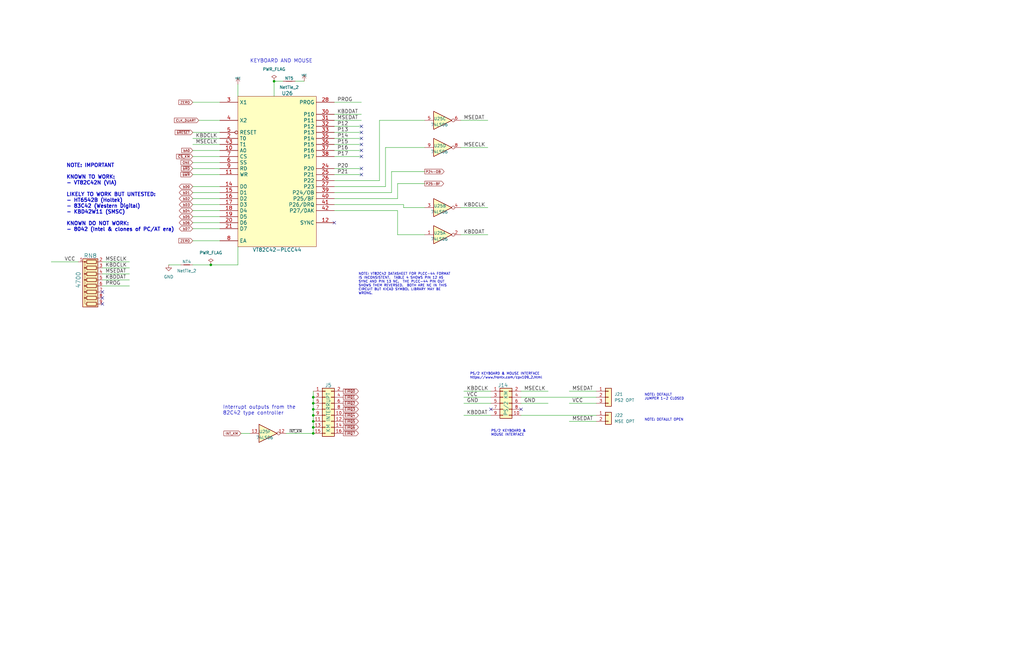
<source format=kicad_sch>
(kicad_sch (version 20211123) (generator eeschema)
  (paper "B")
  (lib_symbols
    (symbol "74xx:74LS06N" (pin_names (offset 1.016))
      (property "Reference" "U" (at 0 1.27 0))
      (property "Value" "74LS06N" (at 0 -1.27 0))
      (symbol "74LS06N_1_0"
        (polyline (pts (xy -3.81 3.81) (xy -3.81 -3.81) (xy 3.81 0) (xy -3.81 3.81)) (stroke (width 0.254)) (fill (type background)))
        (pin input line (at -7.62 0 0) (length 3.81) (name "~") (number "1"))
        (pin open_collector inverted (at 7.62 0 180) (length 3.81) (name "~") (number "2"))
      )
      (symbol "74LS06N_2_0"
        (polyline (pts (xy -3.81 3.81) (xy -3.81 -3.81) (xy 3.81 0) (xy -3.81 3.81)) (stroke (width 0.254)) (fill (type background)))
        (pin input line (at -7.62 0 0) (length 3.81) (name "~") (number "3"))
        (pin open_collector inverted (at 7.62 0 180) (length 3.81) (name "~") (number "4"))
      )
      (symbol "74LS06N_3_0"
        (polyline (pts (xy -3.81 3.81) (xy -3.81 -3.81) (xy 3.81 0) (xy -3.81 3.81)) (stroke (width 0.254)) (fill (type background)))
        (pin input line (at -7.62 0 0) (length 3.81) (name "~") (number "5"))
        (pin open_collector inverted (at 7.62 0 180) (length 3.81) (name "~") (number "6"))
      )
      (symbol "74LS06N_4_0"
        (polyline (pts (xy -3.81 3.81) (xy -3.81 -3.81) (xy 3.81 0) (xy -3.81 3.81)) (stroke (width 0.254)) (fill (type background)))
        (pin open_collector inverted (at 7.62 0 180) (length 3.81) (name "~") (number "8"))
        (pin input line (at -7.62 0 0) (length 3.81) (name "~") (number "9"))
      )
      (symbol "74LS06N_5_0"
        (polyline (pts (xy -3.81 3.81) (xy -3.81 -3.81) (xy 3.81 0) (xy -3.81 3.81)) (stroke (width 0.254)) (fill (type background)))
        (pin open_collector inverted (at 7.62 0 180) (length 3.81) (name "~") (number "10"))
        (pin input line (at -7.62 0 0) (length 3.81) (name "~") (number "11"))
      )
      (symbol "74LS06N_6_0"
        (polyline (pts (xy -3.81 3.81) (xy -3.81 -3.81) (xy 3.81 0) (xy -3.81 3.81)) (stroke (width 0.254)) (fill (type background)))
        (pin open_collector inverted (at 7.62 0 180) (length 3.81) (name "~") (number "12"))
        (pin input line (at -7.62 0 0) (length 3.81) (name "~") (number "13"))
      )
      (symbol "74LS06N_7_0"
        (pin power_in line (at 0 12.7 270) (length 5.08) (name "VCC") (number "14"))
        (pin power_in line (at 0 -12.7 90) (length 5.08) (name "GND") (number "7"))
      )
      (symbol "74LS06N_7_1"
        (rectangle (start -5.08 7.62) (end 5.08 -7.62) (stroke (width 0.254)) (fill (type background)))
      )
    )
    (symbol "Connector_Generic:Conn_01x02" (pin_names (offset 1.016) hide)
      (property "Reference" "J" (at 0 2.54 0))
      (property "Value" "Conn_01x02" (at 0 -5.08 0))
      (symbol "Conn_01x02_1_1"
        (rectangle (start -1.27 -2.413) (end 0 -2.667) (stroke (width 0.1524)))
        (rectangle (start -1.27 0.127) (end 0 -0.127) (stroke (width 0.1524)))
        (rectangle (start -1.27 1.27) (end 1.27 -3.81) (stroke (width 0.254)) (fill (type background)))
        (pin passive line (at -5.08 0 0) (length 3.81) (name "Pin_1") (number "1"))
        (pin passive line (at -5.08 -2.54 0) (length 3.81) (name "Pin_2") (number "2"))
      )
    )
    (symbol "Connector_Generic:Conn_01x03" (pin_names (offset 1.016) hide)
      (property "Reference" "J" (at 0 5.08 0))
      (property "Value" "Conn_01x03" (at 0 -5.08 0))
      (symbol "Conn_01x03_1_1"
        (rectangle (start -1.27 -2.413) (end 0 -2.667) (stroke (width 0.1524)))
        (rectangle (start -1.27 0.127) (end 0 -0.127) (stroke (width 0.1524)))
        (rectangle (start -1.27 2.667) (end 0 2.413) (stroke (width 0.1524)))
        (rectangle (start -1.27 3.81) (end 1.27 -3.81) (stroke (width 0.254)) (fill (type background)))
        (pin passive line (at -5.08 2.54 0) (length 3.81) (name "Pin_1") (number "1"))
        (pin passive line (at -5.08 0 0) (length 3.81) (name "Pin_2") (number "2"))
        (pin passive line (at -5.08 -2.54 0) (length 3.81) (name "Pin_3") (number "3"))
      )
    )
    (symbol "Connector_Generic:Conn_02x05_Odd_Even" (pin_names (offset 1.016) hide)
      (property "Reference" "J" (at 1.27 7.62 0))
      (property "Value" "Conn_02x05_Odd_Even" (at 1.27 -7.62 0))
      (symbol "Conn_02x05_Odd_Even_1_1"
        (rectangle (start -1.27 -4.953) (end 0 -5.207) (stroke (width 0.1524)))
        (rectangle (start -1.27 -2.413) (end 0 -2.667) (stroke (width 0.1524)))
        (rectangle (start -1.27 0.127) (end 0 -0.127) (stroke (width 0.1524)))
        (rectangle (start -1.27 2.667) (end 0 2.413) (stroke (width 0.1524)))
        (rectangle (start -1.27 5.207) (end 0 4.953) (stroke (width 0.1524)))
        (rectangle (start -1.27 6.35) (end 3.81 -6.35) (stroke (width 0.254)) (fill (type background)))
        (rectangle (start 3.81 -4.953) (end 2.54 -5.207) (stroke (width 0.1524)))
        (rectangle (start 3.81 -2.413) (end 2.54 -2.667) (stroke (width 0.1524)))
        (rectangle (start 3.81 0.127) (end 2.54 -0.127) (stroke (width 0.1524)))
        (rectangle (start 3.81 2.667) (end 2.54 2.413) (stroke (width 0.1524)))
        (rectangle (start 3.81 5.207) (end 2.54 4.953) (stroke (width 0.1524)))
        (pin passive line (at -5.08 5.08 0) (length 3.81) (name "Pin_1") (number "1"))
        (pin passive line (at 7.62 -5.08 180) (length 3.81) (name "Pin_10") (number "10"))
        (pin passive line (at 7.62 5.08 180) (length 3.81) (name "Pin_2") (number "2"))
        (pin passive line (at -5.08 2.54 0) (length 3.81) (name "Pin_3") (number "3"))
        (pin passive line (at 7.62 2.54 180) (length 3.81) (name "Pin_4") (number "4"))
        (pin passive line (at -5.08 0 0) (length 3.81) (name "Pin_5") (number "5"))
        (pin passive line (at 7.62 0 180) (length 3.81) (name "Pin_6") (number "6"))
        (pin passive line (at -5.08 -2.54 0) (length 3.81) (name "Pin_7") (number "7"))
        (pin passive line (at 7.62 -2.54 180) (length 3.81) (name "Pin_8") (number "8"))
        (pin passive line (at -5.08 -5.08 0) (length 3.81) (name "Pin_9") (number "9"))
      )
    )
    (symbol "Connector_Generic:Conn_02x08_Odd_Even" (pin_names (offset 1.016) hide)
      (property "Reference" "J" (at 1.27 10.16 0))
      (property "Value" "Conn_02x08_Odd_Even" (at 1.27 -12.7 0))
      (symbol "Conn_02x08_Odd_Even_1_1"
        (rectangle (start -1.27 -10.033) (end 0 -10.287) (stroke (width 0.1524)))
        (rectangle (start -1.27 -7.493) (end 0 -7.747) (stroke (width 0.1524)))
        (rectangle (start -1.27 -4.953) (end 0 -5.207) (stroke (width 0.1524)))
        (rectangle (start -1.27 -2.413) (end 0 -2.667) (stroke (width 0.1524)))
        (rectangle (start -1.27 0.127) (end 0 -0.127) (stroke (width 0.1524)))
        (rectangle (start -1.27 2.667) (end 0 2.413) (stroke (width 0.1524)))
        (rectangle (start -1.27 5.207) (end 0 4.953) (stroke (width 0.1524)))
        (rectangle (start -1.27 7.747) (end 0 7.493) (stroke (width 0.1524)))
        (rectangle (start -1.27 8.89) (end 3.81 -11.43) (stroke (width 0.254)) (fill (type background)))
        (rectangle (start 3.81 -10.033) (end 2.54 -10.287) (stroke (width 0.1524)))
        (rectangle (start 3.81 -7.493) (end 2.54 -7.747) (stroke (width 0.1524)))
        (rectangle (start 3.81 -4.953) (end 2.54 -5.207) (stroke (width 0.1524)))
        (rectangle (start 3.81 -2.413) (end 2.54 -2.667) (stroke (width 0.1524)))
        (rectangle (start 3.81 0.127) (end 2.54 -0.127) (stroke (width 0.1524)))
        (rectangle (start 3.81 2.667) (end 2.54 2.413) (stroke (width 0.1524)))
        (rectangle (start 3.81 5.207) (end 2.54 4.953) (stroke (width 0.1524)))
        (rectangle (start 3.81 7.747) (end 2.54 7.493) (stroke (width 0.1524)))
        (pin passive line (at -5.08 7.62 0) (length 3.81) (name "Pin_1") (number "1"))
        (pin passive line (at 7.62 -2.54 180) (length 3.81) (name "Pin_10") (number "10"))
        (pin passive line (at -5.08 -5.08 0) (length 3.81) (name "Pin_11") (number "11"))
        (pin passive line (at 7.62 -5.08 180) (length 3.81) (name "Pin_12") (number "12"))
        (pin passive line (at -5.08 -7.62 0) (length 3.81) (name "Pin_13") (number "13"))
        (pin passive line (at 7.62 -7.62 180) (length 3.81) (name "Pin_14") (number "14"))
        (pin passive line (at -5.08 -10.16 0) (length 3.81) (name "Pin_15") (number "15"))
        (pin passive line (at 7.62 -10.16 180) (length 3.81) (name "Pin_16") (number "16"))
        (pin passive line (at 7.62 7.62 180) (length 3.81) (name "Pin_2") (number "2"))
        (pin passive line (at -5.08 5.08 0) (length 3.81) (name "Pin_3") (number "3"))
        (pin passive line (at 7.62 5.08 180) (length 3.81) (name "Pin_4") (number "4"))
        (pin passive line (at -5.08 2.54 0) (length 3.81) (name "Pin_5") (number "5"))
        (pin passive line (at 7.62 2.54 180) (length 3.81) (name "Pin_6") (number "6"))
        (pin passive line (at -5.08 0 0) (length 3.81) (name "Pin_7") (number "7"))
        (pin passive line (at 7.62 0 180) (length 3.81) (name "Pin_8") (number "8"))
        (pin passive line (at -5.08 -2.54 0) (length 3.81) (name "Pin_9") (number "9"))
      )
    )
    (symbol "Device:NetTie_2" (pin_numbers hide) (pin_names (offset 0) hide) (in_bom no)
      (property "Reference" "NT" (at 0 1.27 0))
      (property "Value" "NetTie_2" (at 0 -1.27 0))
      (symbol "NetTie_2_0_1"
        (polyline (pts (xy -1.27 0) (xy 1.27 0)) (stroke (width 0.254)))
      )
      (symbol "NetTie_2_1_1"
        (pin passive line (at -2.54 0 0) (length 2.54) (name "1") (number "1"))
        (pin passive line (at 2.54 0 180) (length 2.54) (name "2") (number "2"))
      )
    )
    (symbol "Device:R_Network08" (pin_names (offset 0) hide)
      (property "Reference" "RN" (at -12.7 0 90))
      (property "Value" "R_Network08" (at 10.16 0 90))
      (symbol "R_Network08_0_1"
        (rectangle (start -11.43 -3.175) (end 8.89 3.175) (stroke (width 0.254)) (fill (type background)))
        (rectangle (start -10.922 1.524) (end -9.398 -2.54) (stroke (width 0.254)))
        (circle (center -10.16 2.286) (radius 0.254) (fill (type outline)))
        (rectangle (start -8.382 1.524) (end -6.858 -2.54) (stroke (width 0.254)))
        (circle (center -7.62 2.286) (radius 0.254) (fill (type outline)))
        (rectangle (start -5.842 1.524) (end -4.318 -2.54) (stroke (width 0.254)))
        (circle (center -5.08 2.286) (radius 0.254) (fill (type outline)))
        (rectangle (start -3.302 1.524) (end -1.778 -2.54) (stroke (width 0.254)))
        (circle (center -2.54 2.286) (radius 0.254) (fill (type outline)))
        (rectangle (start -0.762 1.524) (end 0.762 -2.54) (stroke (width 0.254)))
        (polyline (pts (xy -10.16 -2.54) (xy -10.16 -3.81)))
        (polyline (pts (xy -7.62 -2.54) (xy -7.62 -3.81)))
        (polyline (pts (xy -5.08 -2.54) (xy -5.08 -3.81)))
        (polyline (pts (xy -2.54 -2.54) (xy -2.54 -3.81)))
        (polyline (pts (xy 0 -2.54) (xy 0 -3.81)))
        (polyline (pts (xy 2.54 -2.54) (xy 2.54 -3.81)))
        (polyline (pts (xy 5.08 -2.54) (xy 5.08 -3.81)))
        (polyline (pts (xy 7.62 -2.54) (xy 7.62 -3.81)))
        (polyline (pts (xy -10.16 1.524) (xy -10.16 2.286) (xy -7.62 2.286) (xy -7.62 1.524)))
        (polyline (pts (xy -7.62 1.524) (xy -7.62 2.286) (xy -5.08 2.286) (xy -5.08 1.524)))
        (polyline (pts (xy -5.08 1.524) (xy -5.08 2.286) (xy -2.54 2.286) (xy -2.54 1.524)))
        (polyline (pts (xy -2.54 1.524) (xy -2.54 2.286) (xy 0 2.286) (xy 0 1.524)))
        (polyline (pts (xy 0 1.524) (xy 0 2.286) (xy 2.54 2.286) (xy 2.54 1.524)))
        (polyline (pts (xy 2.54 1.524) (xy 2.54 2.286) (xy 5.08 2.286) (xy 5.08 1.524)))
        (polyline (pts (xy 5.08 1.524) (xy 5.08 2.286) (xy 7.62 2.286) (xy 7.62 1.524)))
        (circle (center 0 2.286) (radius 0.254) (fill (type outline)))
        (rectangle (start 1.778 1.524) (end 3.302 -2.54) (stroke (width 0.254)))
        (circle (center 2.54 2.286) (radius 0.254) (fill (type outline)))
        (rectangle (start 4.318 1.524) (end 5.842 -2.54) (stroke (width 0.254)))
        (circle (center 5.08 2.286) (radius 0.254) (fill (type outline)))
        (rectangle (start 6.858 1.524) (end 8.382 -2.54) (stroke (width 0.254)))
      )
      (symbol "R_Network08_1_1"
        (pin passive line (at -10.16 5.08 270) (length 2.54) (name "common") (number "1"))
        (pin passive line (at -10.16 -5.08 90) (length 1.27) (name "R1") (number "2"))
        (pin passive line (at -7.62 -5.08 90) (length 1.27) (name "R2") (number "3"))
        (pin passive line (at -5.08 -5.08 90) (length 1.27) (name "R3") (number "4"))
        (pin passive line (at -2.54 -5.08 90) (length 1.27) (name "R4") (number "5"))
        (pin passive line (at 0 -5.08 90) (length 1.27) (name "R5") (number "6"))
        (pin passive line (at 2.54 -5.08 90) (length 1.27) (name "R6") (number "7"))
        (pin passive line (at 5.08 -5.08 90) (length 1.27) (name "R7") (number "8"))
        (pin passive line (at 7.62 -5.08 90) (length 1.27) (name "R8") (number "9"))
      )
    )
    (symbol "VT82C42:VT82C42-PLCC44" (pin_names (offset 0.762))
      (property "Reference" "U" (at 4.318 33.02 0))
      (property "Value" "VT82C42-PLCC44" (at 0 -33.02 0))
      (symbol "VT82C42-PLCC44_0_1"
        (rectangle (start -16.51 -31.75) (end 16.51 31.75) (fill (type background)))
      )
      (symbol "VT82C42-PLCC44_1_1"
        (pin no_connect line (at 24.13 -24.13 180) (length 7.62) hide (name "NC") (number "1"))
        (pin input line (at -24.13 8.89 0) (length 7.62) (name "A0") (number "10"))
        (pin input line (at -24.13 -1.27 0) (length 7.62) (name "WR") (number "11"))
        (pin output line (at 24.13 -21.59 180) (length 7.62) (name "SYNC") (number "12"))
        (pin no_connect line (at 24.13 -26.67 180) (length 7.62) hide (name "NC") (number "13"))
        (pin bidirectional line (at -24.13 -6.35 0) (length 7.62) (name "D0") (number "14"))
        (pin bidirectional line (at -24.13 -8.89 0) (length 7.62) (name "D1") (number "15"))
        (pin bidirectional line (at -24.13 -11.43 0) (length 7.62) (name "D2") (number "16"))
        (pin bidirectional line (at -24.13 -13.97 0) (length 7.62) (name "D3") (number "17"))
        (pin bidirectional line (at -24.13 -16.51 0) (length 7.62) (name "D4") (number "18"))
        (pin bidirectional line (at -24.13 -19.05 0) (length 7.62) (name "D5") (number "19"))
        (pin input line (at -24.13 13.97 0) (length 7.62) (name "T0") (number "2"))
        (pin bidirectional line (at -24.13 -21.59 0) (length 7.62) (name "D6") (number "20"))
        (pin bidirectional line (at -24.13 -24.13 0) (length 7.62) (name "D7") (number "21"))
        (pin power_in line (at -16.51 -31.75 90) (length 0) hide (name "VSS") (number "22"))
        (pin no_connect line (at 24.13 -29.21 180) (length 7.62) hide (name "NC") (number "23"))
        (pin bidirectional line (at 24.13 1.27 180) (length 7.62) (name "P20") (number "24"))
        (pin bidirectional line (at 24.13 -1.27 180) (length 7.62) (name "P21") (number "25"))
        (pin bidirectional line (at 24.13 -3.81 180) (length 7.62) (name "P22") (number "26"))
        (pin bidirectional line (at 24.13 -6.35 180) (length 7.62) (name "P23") (number "27"))
        (pin bidirectional line (at 24.13 29.21 180) (length 7.62) (name "PROG") (number "28"))
        (pin power_in line (at -1.27 31.75 270) (length 0) hide (name "VDD") (number "29"))
        (pin input line (at -24.13 29.21 0) (length 7.62) (name "X1") (number "3"))
        (pin bidirectional line (at 24.13 24.13 180) (length 7.62) (name "P10") (number "30"))
        (pin bidirectional line (at 24.13 21.59 180) (length 7.62) (name "P11") (number "31"))
        (pin bidirectional line (at 24.13 19.05 180) (length 7.62) (name "P12") (number "32"))
        (pin bidirectional line (at 24.13 16.51 180) (length 7.62) (name "P13") (number "33"))
        (pin no_connect line (at 24.13 -31.75 180) (length 7.62) hide (name "NC") (number "34"))
        (pin bidirectional line (at 24.13 13.97 180) (length 7.62) (name "P14") (number "35"))
        (pin bidirectional line (at 24.13 11.43 180) (length 7.62) (name "P15") (number "36"))
        (pin bidirectional line (at 24.13 8.89 180) (length 7.62) (name "P16") (number "37"))
        (pin bidirectional line (at 24.13 6.35 180) (length 7.62) (name "P17") (number "38"))
        (pin bidirectional line (at 24.13 -8.89 180) (length 7.62) (name "P24/OB") (number "39"))
        (pin input line (at -24.13 21.59 0) (length 7.62) (name "X2") (number "4"))
        (pin bidirectional line (at 24.13 -11.43 180) (length 7.62) (name "P25/BF") (number "40"))
        (pin bidirectional line (at 24.13 -13.97 180) (length 7.62) (name "P26/DRQ") (number "41"))
        (pin bidirectional line (at 24.13 -16.51 180) (length 7.62) (name "P27/DAK") (number "42"))
        (pin input line (at -24.13 11.43 0) (length 7.62) (name "T1") (number "43"))
        (pin power_in line (at -16.51 31.75 270) (length 0) hide (name "VCC") (number "44"))
        (pin input inverted (at -24.13 16.51 0) (length 7.62) (name "RESET") (number "5"))
        (pin input line (at -24.13 3.81 0) (length 7.62) (name "SS") (number "6"))
        (pin input line (at -24.13 6.35 0) (length 7.62) (name "CS") (number "7"))
        (pin input line (at -24.13 -29.21 0) (length 7.62) (name "EA") (number "8"))
        (pin input line (at -24.13 1.27 0) (length 7.62) (name "RD") (number "9"))
      )
    )
    (symbol "power:GND" (power) (pin_names (offset 0))
      (property "Value" "GND" (at 0 -3.81 0))
      (symbol "GND_0_1"
        (polyline (pts (xy 0 0) (xy 0 -1.27) (xy 1.27 -1.27) (xy 0 -2.54) (xy -1.27 -1.27) (xy 0 -1.27)))
      )
      (symbol "GND_1_1"
        (pin power_in line (at 0 0 270) (length 0) hide (name "GND") (number "1"))
      )
    )
    (symbol "power:PWR_FLAG" (power) (pin_numbers hide) (pin_names (offset 0) hide)
      (property "Value" "PWR_FLAG" (at 0 3.81 0))
      (symbol "PWR_FLAG_0_0"
        (pin power_out line (at 0 0 90) (length 0) (name "pwr") (number "1"))
      )
      (symbol "PWR_FLAG_0_1"
        (polyline (pts (xy 0 0) (xy 0 1.27) (xy -1.016 1.905) (xy 0 2.54) (xy 1.016 1.905) (xy 0 1.27)))
      )
    )
    (symbol "power:VCC" (power) (pin_names (offset 0))
      (property "Value" "VCC" (at 0 3.81 0))
      (symbol "VCC_0_1"
        (polyline (pts (xy -0.762 1.27) (xy 0 2.54)))
        (polyline (pts (xy 0 0) (xy 0 2.54)))
        (polyline (pts (xy 0 2.54) (xy 0.762 1.27)))
      )
      (symbol "VCC_1_1"
        (pin power_in line (at 0 0 90) (length 0) hide (name "VCC") (number "1"))
      )
    )
  )
  (junction (at 88.9 111.76))
  (junction (at 132.08 182.88))
  (junction (at 132.08 172.72))
  (junction (at 132.08 177.8))
  (junction (at 132.08 180.34))
  (junction (at 132.08 167.64))
  (junction (at 132.08 175.26))
  (junction (at 115.57 34.29))
  (junction (at 132.08 170.18))
  (no_connect (at 43.18 128.27))
  (no_connect (at 140.97 93.98))
  (no_connect (at 152.4 66.04))
  (no_connect (at 43.18 123.19))
  (no_connect (at 152.4 71.12))
  (no_connect (at 152.4 60.96))
  (no_connect (at 152.4 63.5))
  (no_connect (at 219.71 172.72))
  (no_connect (at 43.18 125.73))
  (no_connect (at 207.01 172.72))
  (no_connect (at 152.4 73.66))
  (no_connect (at 152.4 53.34))
  (no_connect (at 152.4 55.88))
  (no_connect (at 152.4 58.42))
  (wire (pts (xy 219.71 167.64) (xy 251.46 167.64)))
  (wire (pts (xy 231.14 165.1) (xy 219.71 165.1)))
  (wire (pts (xy 140.97 83.82) (xy 167.64 83.82)))
  (wire (pts (xy 92.71 81.28) (xy 81.28 81.28)))
  (wire (pts (xy 140.97 88.9) (xy 167.64 88.9)))
  (wire (pts (xy 54.61 120.65) (xy 43.18 120.65)))
  (wire (pts (xy 92.71 73.66) (xy 81.28 73.66)))
  (wire (pts (xy 43.18 113.03) (xy 54.61 113.03)))
  (wire (pts (xy 219.71 175.26) (xy 251.46 175.26)))
  (wire (pts (xy 205.74 62.23) (xy 194.31 62.23)))
  (wire (pts (xy 92.71 63.5) (xy 81.28 63.5)))
  (wire (pts (xy 167.64 77.47) (xy 179.07 77.47)))
  (wire (pts (xy 92.71 96.52) (xy 81.28 96.52)))
  (wire (pts (xy 160.02 50.8) (xy 160.02 76.2)))
  (wire (pts (xy 207.01 165.1) (xy 195.58 165.1)))
  (wire (pts (xy 119.38 34.29) (xy 115.57 34.29)))
  (wire (pts (xy 152.4 73.66) (xy 140.97 73.66)))
  (wire (pts (xy 162.56 62.23) (xy 179.07 62.23)))
  (wire (pts (xy 132.08 172.72) (xy 132.08 170.18)))
  (wire (pts (xy 160.02 76.2) (xy 140.97 76.2)))
  (wire (pts (xy 124.46 34.29) (xy 128.27 34.29)))
  (wire (pts (xy 132.08 167.64) (xy 132.08 165.1)))
  (wire (pts (xy 92.71 71.12) (xy 81.28 71.12)))
  (wire (pts (xy 43.18 110.49) (xy 54.61 110.49)))
  (wire (pts (xy 179.07 72.39) (xy 165.1 72.39)))
  (wire (pts (xy 120.65 182.88) (xy 132.08 182.88)))
  (wire (pts (xy 165.1 72.39) (xy 165.1 81.28)))
  (wire (pts (xy 152.4 55.88) (xy 140.97 55.88)))
  (wire (pts (xy 152.4 53.34) (xy 140.97 53.34)))
  (wire (pts (xy 207.01 175.26) (xy 195.58 175.26)))
  (wire (pts (xy 170.18 87.63) (xy 170.18 86.36)))
  (wire (pts (xy 81.28 68.58) (xy 92.71 68.58)))
  (wire (pts (xy 140.97 78.74) (xy 162.56 78.74)))
  (wire (pts (xy 195.58 170.18) (xy 207.01 170.18)))
  (wire (pts (xy 100.33 104.14) (xy 100.33 111.76)))
  (wire (pts (xy 43.18 115.57) (xy 54.61 115.57)))
  (wire (pts (xy 92.71 60.96) (xy 81.28 60.96)))
  (wire (pts (xy 240.03 165.1) (xy 251.46 165.1)))
  (wire (pts (xy 152.4 58.42) (xy 140.97 58.42)))
  (wire (pts (xy 167.64 99.06) (xy 179.07 99.06)))
  (wire (pts (xy 115.57 34.29) (xy 115.57 40.64)))
  (wire (pts (xy 167.64 88.9) (xy 167.64 99.06)))
  (wire (pts (xy 162.56 78.74) (xy 162.56 62.23)))
  (wire (pts (xy 92.71 88.9) (xy 81.28 88.9)))
  (wire (pts (xy 152.4 66.04) (xy 140.97 66.04)))
  (wire (pts (xy 100.33 111.76) (xy 88.9 111.76)))
  (wire (pts (xy 240.03 170.18) (xy 251.46 170.18)))
  (wire (pts (xy 207.01 167.64) (xy 195.58 167.64)))
  (wire (pts (xy 132.08 175.26) (xy 132.08 172.72)))
  (wire (pts (xy 101.6 182.88) (xy 105.41 182.88)))
  (wire (pts (xy 132.08 180.34) (xy 132.08 177.8)))
  (wire (pts (xy 179.07 87.63) (xy 170.18 87.63)))
  (wire (pts (xy 92.71 43.18) (xy 81.28 43.18)))
  (wire (pts (xy 170.18 86.36) (xy 140.97 86.36)))
  (wire (pts (xy 165.1 81.28) (xy 140.97 81.28)))
  (wire (pts (xy 132.08 182.88) (xy 132.08 180.34)))
  (wire (pts (xy 100.33 35.56) (xy 100.33 40.64)))
  (wire (pts (xy 152.4 63.5) (xy 140.97 63.5)))
  (wire (pts (xy 132.08 177.8) (xy 132.08 175.26)))
  (wire (pts (xy 92.71 66.04) (xy 81.28 66.04)))
  (wire (pts (xy 92.71 55.88) (xy 81.28 55.88)))
  (wire (pts (xy 140.97 43.18) (xy 152.4 43.18)))
  (wire (pts (xy 179.07 50.8) (xy 160.02 50.8)))
  (wire (pts (xy 92.71 101.6) (xy 81.28 101.6)))
  (wire (pts (xy 240.03 177.8) (xy 251.46 177.8)))
  (wire (pts (xy 92.71 50.8) (xy 83.82 50.8)))
  (wire (pts (xy 92.71 86.36) (xy 81.28 86.36)))
  (wire (pts (xy 92.71 91.44) (xy 81.28 91.44)))
  (wire (pts (xy 152.4 60.96) (xy 140.97 60.96)))
  (wire (pts (xy 92.71 78.74) (xy 81.28 78.74)))
  (wire (pts (xy 92.71 83.82) (xy 81.28 83.82)))
  (wire (pts (xy 33.02 110.49) (xy 21.59 110.49)))
  (wire (pts (xy 219.71 170.18) (xy 231.14 170.18)))
  (wire (pts (xy 152.4 71.12) (xy 140.97 71.12)))
  (wire (pts (xy 88.9 111.76) (xy 81.28 111.76)))
  (wire (pts (xy 152.4 48.26) (xy 140.97 48.26)))
  (wire (pts (xy 71.12 111.76) (xy 76.2 111.76)))
  (wire (pts (xy 205.74 99.06) (xy 194.31 99.06)))
  (wire (pts (xy 92.71 93.98) (xy 81.28 93.98)))
  (wire (pts (xy 92.71 58.42) (xy 81.28 58.42)))
  (wire (pts (xy 205.74 50.8) (xy 194.31 50.8)))
  (wire (pts (xy 152.4 50.8) (xy 140.97 50.8)))
  (wire (pts (xy 132.08 170.18) (xy 132.08 167.64)))
  (wire (pts (xy 205.74 87.63) (xy 194.31 87.63)))
  (wire (pts (xy 43.18 118.11) (xy 54.61 118.11)))
  (wire (pts (xy 167.64 83.82) (xy 167.64 77.47)))
  (text "NOTE: IMPORTANT\n\nKNOWN TO WORK:\n- VT82C42N (VIA)\n\nLIKELY TO WORK BUT UNTESTED:\n- HT6542B (Holtek)\n- 83C42 (Western Digital)\n- KBD42W11 (SMSC)\n\nKNOWN DO NOT WORK:\n- 8042 (Intel & clones of PC/AT era)" (at 27.94 97.79 0) (effects (font (size 1.524 1.524) (thickness 0.3048) bold) (justify left bottom)))
  (text "NOTE: VT82C42 DATASHEET FOR PLCC-44 FORMAT\nIS INCONSISTENT.  TABLE 4 SHOWS PIN 12 AS\nSYNC AND PIN 13 NC.  THE PLCC-44 PIN OUT\nSHOWS THEM REVERSED.  BOTH ARE NC IN THIS\nCIRCUIT BUT KICAD SYMBOL LIBRARY MAY BE\nWRONG." (at 151.13 124.46 0) (effects (font (size 1.016 1.016)) (justify left bottom)))
  (text "NOTE: DEFAULT OPEN" (at 271.78 177.8 0) (effects (font (size 1.016 1.016)) (justify left bottom)))
  (text "NOTE: DEFAULT \nJUMPER 1-2 CLOSED" (at 271.78 168.91 0) (effects (font (size 1.016 1.016)) (justify left bottom)))
  (text "Interrupt outputs from the\n82C42 type controller" (at 93.98 175.26 0) (effects (font (size 1.524 1.524)) (justify left bottom)))
  (text "PS/2 KEYBOARD & MOUSE INTERFACE\nhttps://www.frontx.com/cpx109_2.html" (at 198.12 160.02 0) (effects (font (size 1.016 1.016)) (justify left bottom)))
  (text "KEYBOARD AND MOUSE" (at 105.41 26.67 0) (effects (font (size 1.524 1.524)) (justify left bottom)))
  (text "PS/2 KEYBOARD &\nMOUSE INTERFACE" (at 207.01 184.15 0) (effects (font (size 1.016 1.016)) (justify left bottom)))
  (label "KBDDAT" (at 142.24 48.26 0) (effects (font (size 1.524 1.524))))
  (label "PROG" (at 142.24 43.18 0) (effects (font (size 1.524 1.524))))
  (label "KBDDAT" (at 195.58 99.06 0) (effects (font (size 1.524 1.524))))
  (label "KBDDAT" (at 196.85 175.26 0) (effects (font (size 1.524 1.524))))
  (label "MSEDAT" (at 142.24 50.8 0) (effects (font (size 1.524 1.524))))
  (label "MSEDAT" (at 241.3 177.8 0) (effects (font (size 1.524 1.524))))
  (label "VCC" (at 241.3 170.18 0) (effects (font (size 1.524 1.524))))
  (label "P16" (at 142.24 63.5 0) (effects (font (size 1.524 1.524))))
  (label "KBDCLK" (at 195.58 87.63 0) (effects (font (size 1.524 1.524))))
  (label "MSEDAT" (at 44.45 115.57 0) (effects (font (size 1.524 1.524))))
  (label "VCC" (at 196.85 167.64 0) (effects (font (size 1.524 1.524))))
  (label "P20" (at 142.24 71.12 0) (effects (font (size 1.524 1.524))))
  (label "KBDCLK" (at 82.55 58.42 0) (effects (font (size 1.524 1.524))))
  (label "P21" (at 142.24 73.66 0) (effects (font (size 1.524 1.524))))
  (label "P15" (at 142.24 60.96 0) (effects (font (size 1.524 1.524))))
  (label "P14" (at 142.24 58.42 0) (effects (font (size 1.524 1.524))))
  (label "P17" (at 142.24 66.04 0) (effects (font (size 1.524 1.524))))
  (label "MSECLK" (at 82.55 60.96 0) (effects (font (size 1.524 1.524))))
  (label "VCC" (at 31.75 110.49 180) (effects (font (size 1.524 1.524))))
  (label "P13" (at 142.24 55.88 0) (effects (font (size 1.524 1.524))))
  (label "P12" (at 142.24 53.34 0) (effects (font (size 1.524 1.524))))
  (label "MSEDAT" (at 195.58 50.8 0) (effects (font (size 1.524 1.524))))
  (label "MSECLK" (at 44.45 110.49 0) (effects (font (size 1.524 1.524))))
  (label "MSEDAT" (at 241.3 165.1 0) (effects (font (size 1.524 1.524))))
  (label "GND" (at 220.98 170.18 0) (effects (font (size 1.524 1.524))))
  (label "PROG" (at 44.45 120.65 0) (effects (font (size 1.524 1.524))))
  (label "KBDCLK" (at 196.85 165.1 0) (effects (font (size 1.524 1.524))))
  (label "~{INT_KM}" (at 121.92 182.88 0) (effects (font (size 1.016 1.016))))
  (label "GND" (at 196.85 170.18 0) (effects (font (size 1.524 1.524))))
  (label "MSECLK" (at 220.98 165.1 0) (effects (font (size 1.524 1.524))))
  (label "KBDDAT" (at 44.45 118.11 0) (effects (font (size 1.524 1.524))))
  (label "MSECLK" (at 195.58 62.23 0) (effects (font (size 1.524 1.524))))
  (label "KBDCLK" (at 44.45 113.03 0) (effects (font (size 1.524 1.524))))
  (global_label "~{EIRQ0}" (shape output) (at 144.78 165.1 0) (effects (font (size 1.016 1.016))) (property "Intersheet References" "${INTERSHEET_REFS}" (effects hide)))
  (global_label "P24-OB" (shape output) (at 179.07 72.39 0) (effects (font (size 1.016 1.016))) (property "Intersheet References" "${INTERSHEET_REFS}" (effects hide)))
  (global_label "~{bRESET}" (shape input) (at 81.28 55.88 180) (effects (font (size 1.016 1.016))) (property "Intersheet References" "${INTERSHEET_REFS}" (effects hide)))
  (global_label "bD7" (shape bidirectional) (at 81.28 96.52 180) (effects (font (size 1.016 1.016))) (property "Intersheet References" "${INTERSHEET_REFS}" (effects hide)))
  (global_label "~{EIRQ3}" (shape output) (at 144.78 172.72 0) (effects (font (size 1.016 1.016))) (property "Intersheet References" "${INTERSHEET_REFS}" (effects hide)))
  (global_label "bD3" (shape bidirectional) (at 81.28 86.36 180) (effects (font (size 1.016 1.016))) (property "Intersheet References" "${INTERSHEET_REFS}" (effects hide)))
  (global_label "bD0" (shape bidirectional) (at 81.28 78.74 180) (effects (font (size 1.016 1.016))) (property "Intersheet References" "${INTERSHEET_REFS}" (effects hide)))
  (global_label "ZERO" (shape input) (at 81.28 43.18 180) (effects (font (size 1.016 1.016))) (property "Intersheet References" "${INTERSHEET_REFS}" (effects hide)))
  (global_label "bD1" (shape bidirectional) (at 81.28 81.28 180) (effects (font (size 1.016 1.016))) (property "Intersheet References" "${INTERSHEET_REFS}" (effects hide)))
  (global_label "P25-BF" (shape output) (at 179.07 77.47 0) (effects (font (size 1.016 1.016))) (property "Intersheet References" "${INTERSHEET_REFS}" (effects hide)))
  (global_label "bD5" (shape bidirectional) (at 81.28 91.44 180) (effects (font (size 1.016 1.016))) (property "Intersheet References" "${INTERSHEET_REFS}" (effects hide)))
  (global_label "bD6" (shape bidirectional) (at 81.28 93.98 180) (effects (font (size 1.016 1.016))) (property "Intersheet References" "${INTERSHEET_REFS}" (effects hide)))
  (global_label "~{bWR}" (shape input) (at 81.28 73.66 180) (effects (font (size 1.016 1.016))) (property "Intersheet References" "${INTERSHEET_REFS}" (effects hide)))
  (global_label "bA0" (shape input) (at 81.28 63.5 180) (effects (font (size 1.016 1.016))) (property "Intersheet References" "${INTERSHEET_REFS}" (effects hide)))
  (global_label "CLK_DUART" (shape input) (at 83.82 50.8 180) (effects (font (size 1.016 1.016))) (property "Intersheet References" "${INTERSHEET_REFS}" (effects hide)))
  (global_label "~{EIRQ1}" (shape output) (at 144.78 167.64 0) (effects (font (size 1.016 1.016))) (property "Intersheet References" "${INTERSHEET_REFS}" (effects hide)))
  (global_label "bD4" (shape bidirectional) (at 81.28 88.9 180) (effects (font (size 1.016 1.016))) (property "Intersheet References" "${INTERSHEET_REFS}" (effects hide)))
  (global_label "ZERO" (shape input) (at 81.28 101.6 180) (effects (font (size 1.016 1.016))) (property "Intersheet References" "${INTERSHEET_REFS}" (effects hide)))
  (global_label "ONE" (shape input) (at 81.28 68.58 180) (effects (font (size 1.016 1.016))) (property "Intersheet References" "${INTERSHEET_REFS}" (effects hide)))
  (global_label "~{CS_KM}" (shape input) (at 81.28 66.04 180) (effects (font (size 1.016 1.016))) (property "Intersheet References" "${INTERSHEET_REFS}" (effects hide)))
  (global_label "INT_KM" (shape input) (at 101.6 182.88 180) (effects (font (size 1.016 1.016))) (property "Intersheet References" "${INTERSHEET_REFS}" (effects hide)))
  (global_label "~{EIRQ5}" (shape output) (at 144.78 177.8 0) (effects (font (size 1.016 1.016))) (property "Intersheet References" "${INTERSHEET_REFS}" (effects hide)))
  (global_label "bD2" (shape bidirectional) (at 81.28 83.82 180) (effects (font (size 1.016 1.016))) (property "Intersheet References" "${INTERSHEET_REFS}" (effects hide)))
  (global_label "~{bRD}" (shape input) (at 81.28 71.12 180) (effects (font (size 1.016 1.016))) (property "Intersheet References" "${INTERSHEET_REFS}" (effects hide)))
  (global_label "~{EIRQ6}" (shape output) (at 144.78 180.34 0) (effects (font (size 1.016 1.016))) (property "Intersheet References" "${INTERSHEET_REFS}" (effects hide)))
  (global_label "~{EIRQ7}" (shape output) (at 144.78 182.88 0) (effects (font (size 1.016 1.016))) (property "Intersheet References" "${INTERSHEET_REFS}" (effects hide)))
  (global_label "~{EIRQ4}" (shape output) (at 144.78 175.26 0) (effects (font (size 1.016 1.016))) (property "Intersheet References" "${INTERSHEET_REFS}" (effects hide)))
  (global_label "~{EIRQ2}" (shape output) (at 144.78 170.18 0) (effects (font (size 1.016 1.016))) (property "Intersheet References" "${INTERSHEET_REFS}" (effects hide)))
  (symbol (lib_id "VT82C42:VT82C42-PLCC44") (at 116.84 72.39 0) (unit 1)
    (property "Reference" "U26" (at 121.158 39.37 0) (effects (font (size 1.524 1.524))))
    (property "Value" "VT82C42-PLCC44" (at 116.84 105.41 0) (effects (font (size 1.524 1.524))))
    (property "Footprint" "Package_LCC:PLCC-44_THT-Socket" (effects hide))
  )
  (symbol (lib_id "74xx:74LS06N") (at 186.69 99.06 0) (unit 1)
    (property "Reference" "U25" (at 182.88 99.06 0) (effects (justify left bottom)))
    (property "Value" "74LS06" (at 181.61 101.6 0) (effects (justify left bottom)))
    (property "Footprint" "Package_DIP:DIP-14_W7.62mm" (effects hide))
    (property "Datasheet" "http://www.ti.com/lit/gpn/sn74LS06N" (effects hide))
  )
  (symbol (lib_id "74xx:74LS06N") (at 186.69 87.63 0) (unit 2)
    (property "Reference" "U25" (at 182.88 87.63 0) (effects (justify left bottom)))
    (property "Value" "74LS06" (at 181.61 90.17 0) (effects (justify left bottom)))
    (property "Footprint" "Package_DIP:DIP-14_W7.62mm" (effects hide))
    (property "Datasheet" "http://www.ti.com/lit/gpn/sn74LS06N" (effects hide))
  )
  (symbol (lib_id "74xx:74LS06N") (at 186.69 62.23 0) (unit 4)
    (property "Reference" "U25" (at 182.88 62.23 0) (effects (justify left bottom)))
    (property "Value" "74LS06" (at 181.61 64.77 0) (effects (justify left bottom)))
    (property "Footprint" "Package_DIP:DIP-14_W7.62mm" (effects hide))
    (property "Datasheet" "http://www.ti.com/lit/gpn/sn74LS06N" (effects hide))
  )
  (symbol (lib_id "74xx:74LS06N") (at 186.69 50.8 0) (unit 3)
    (property "Reference" "U25" (at 182.88 50.8 0) (effects (justify left bottom)))
    (property "Value" "74LS06" (at 181.61 53.34 0) (effects (justify left bottom)))
    (property "Footprint" "Package_DIP:DIP-14_W7.62mm" (effects hide))
    (property "Datasheet" "http://www.ti.com/lit/gpn/sn74LS06N" (effects hide))
  )
  (symbol (lib_id "74xx:74LS06N") (at 113.03 182.88 0) (unit 6)
    (property "Reference" "U25" (at 109.22 182.88 0) (effects (justify left bottom)))
    (property "Value" "74LS06" (at 107.95 185.42 0) (effects (justify left bottom)))
    (property "Footprint" "Package_DIP:DIP-14_W7.62mm" (effects hide))
    (property "Datasheet" "http://www.ti.com/lit/gpn/sn74LS06N" (effects hide))
  )
  (symbol (lib_id "Device:R_Network08") (at 38.1 120.65 90) (mirror x) (unit 1)
    (property "Reference" "RN8" (at 38.1 107.95 90) (effects (font (size 1.778 1.778))))
    (property "Value" "4700" (at 33.02 118.11 0) (effects (font (size 1.778 1.778))))
    (property "Footprint" "Resistor_THT:R_Array_SIP9" (effects hide))
    (property "Datasheet" "http://www.vishay.com/docs/31509/csc.pdf" (effects hide))
  )
  (symbol (lib_id "Connector_Generic:Conn_02x05_Odd_Even") (at 212.09 170.18 0) (unit 1)
    (property "Reference" "J14" (at 212.09 162.56 0) (effects (font (size 1.524 1.524))))
    (property "Value" "PS/2 KM" (at 213.36 170.18 90) (effects (font (size 1.524 1.524))))
    (property "Footprint" "Connector_IDC:IDC-Header_2x05_P2.54mm_Horizontal" (effects hide))
  )
  (symbol (lib_id "Connector_Generic:Conn_02x08_Odd_Even") (at 137.16 172.72 0) (unit 1)
    (property "Reference" "J5" (at 138.43 162.56 0) (effects (font (size 1.524 1.524))))
    (property "Value" "KM INTERRUPT" (at 138.43 173.99 90) (effects (font (size 1.524 1.524))))
    (property "Footprint" "Connector_PinHeader_2.54mm:PinHeader_2x08_P2.54mm_Vertical" (effects hide))
  )
  (symbol (lib_id "power:VCC") (at 100.33 35.56 0) (unit 1)
    (property "Reference" "#PWR0107" (effects hide))
    (property "Value" "VCC" (at 100.33 33.02 0) (effects (font (size 0.762 0.762))))
  )
  (symbol (lib_id "power:PWR_FLAG") (at 88.9 111.76 0) (unit 1)
    (property "Reference" "#FLG0101" (effects hide))
    (property "Value" "PWR_FLAG" (at 88.9 106.68 0))
  )
  (symbol (lib_id "power:GND") (at 71.12 111.76 0) (unit 1)
    (property "Reference" "#PWR016" (effects hide))
    (property "Value" "GND" (at 71.12 116.84 0))
  )
  (symbol (lib_id "power:VCC") (at 128.27 34.29 0) (unit 1)
    (property "Reference" "#PWR0104" (effects hide))
    (property "Value" "VCC" (at 128.27 31.75 0) (effects (font (size 0.762 0.762))))
  )
  (symbol (lib_id "Connector_Generic:Conn_01x02") (at 256.54 175.26 0) (unit 1)
    (property "Reference" "J22" (at 259.08 175.2599 0) (effects (justify left)))
    (property "Value" "MSE OPT" (at 259.08 177.7999 0) (effects (justify left)))
    (property "Footprint" "Connector_PinHeader_2.54mm:PinHeader_1x02_P2.54mm_Vertical" (effects hide))
  )
  (symbol (lib_id "Device:NetTie_2") (at 121.92 34.29 0) (unit 1) (in_bom no)
    (property "Reference" "NT5" (at 121.92 33.02 0))
    (property "Value" "NetTie_2" (at 121.92 36.83 0))
    (property "Footprint" "NetTie:NetTie-2_THT_Pad0.3mm" (effects hide))
  )
  (symbol (lib_id "power:PWR_FLAG") (at 115.57 34.29 0) (unit 1)
    (property "Reference" "#FLG09" (effects hide))
    (property "Value" "PWR_FLAG" (at 115.57 29.21 0))
  )
  (symbol (lib_id "Device:NetTie_2") (at 78.74 111.76 0) (unit 1) (in_bom no)
    (property "Reference" "NT4" (at 78.74 110.49 0))
    (property "Value" "NetTie_2" (at 78.74 114.3 0))
    (property "Footprint" "NetTie:NetTie-2_THT_Pad0.3mm" (effects hide))
  )
  (symbol (lib_id "Connector_Generic:Conn_01x03") (at 256.54 167.64 0) (unit 1)
    (property "Reference" "J21" (at 259.08 166.3699 0) (effects (justify left)))
    (property "Value" "PS2 OPT" (at 259.08 168.9099 0) (effects (justify left)))
    (property "Footprint" "Connector_PinHeader_2.54mm:PinHeader_1x03_P2.54mm_Vertical" (effects hide))
  )
)
</source>
